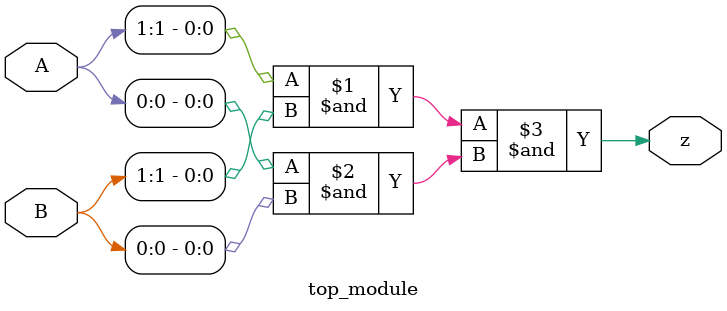
<source format=sv>
module top_module(
	input [1:0] A,
	input [1:0] B,
	output z);

	assign z = (A[1] & B[1]) & (A[0] & B[0]);
  
endmodule

</source>
